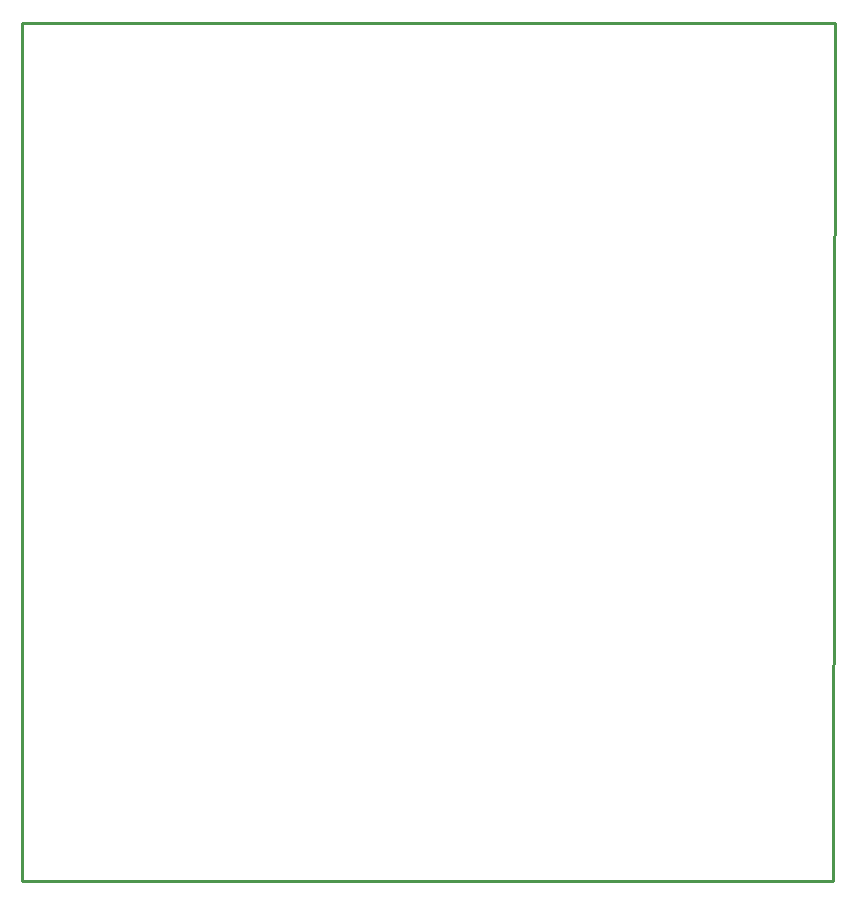
<source format=gko>
G04 Layer: BoardOutlineLayer*
G04 EasyEDA v6.4.31, 2022-02-12 21:58:38*
G04 11df6e3db19843adbe4402e5d5cbdb9a,955daf9958a1483280a48a3f8fd5623a,10*
G04 Gerber Generator version 0.2*
G04 Scale: 100 percent, Rotated: No, Reflected: No *
G04 Dimensions in millimeters *
G04 leading zeros omitted , absolute positions ,4 integer and 5 decimal *
%FSLAX45Y45*%
%MOMM*%

%ADD10C,0.2540*%
D10*
X749300Y11950700D02*
G01*
X825500Y11950700D01*
X825500Y11950700D01*
X825500Y11950700D01*
X800100Y11950700D01*
X863600Y11950700D01*
X850900Y11950700D01*
X863600Y11950700D01*
X7632700Y11950700D01*
X7620000Y4686300D01*
X749300Y4686300D01*
X749300Y11950700D01*
X749300Y11950700D01*

%LPD*%
M02*

</source>
